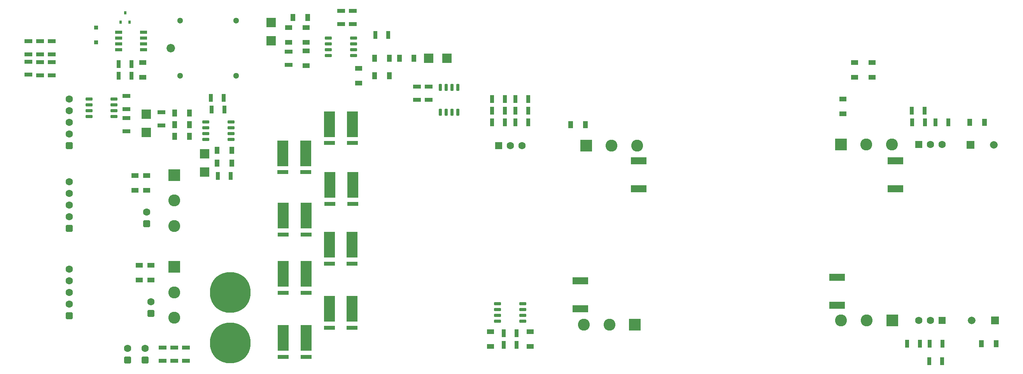
<source format=gbr>
G04*
G04 #@! TF.GenerationSoftware,Altium Limited,Altium Designer,24.1.2 (44)*
G04*
G04 Layer_Color=255*
%FSLAX25Y25*%
%MOIN*%
G70*
G04*
G04 #@! TF.SameCoordinates,DAD59E85-0841-476F-99BD-E5F442491B29*
G04*
G04*
G04 #@! TF.FilePolarity,Positive*
G04*
G01*
G75*
%ADD19R,0.03740X0.06693*%
%ADD20R,0.09606X0.03504*%
%ADD21R,0.09606X0.22047*%
%ADD22R,0.06693X0.03740*%
G04:AMPARAMS|DCode=23|XSize=23.62mil|YSize=57.09mil|CornerRadius=2.01mil|HoleSize=0mil|Usage=FLASHONLY|Rotation=180.000|XOffset=0mil|YOffset=0mil|HoleType=Round|Shape=RoundedRectangle|*
%AMROUNDEDRECTD23*
21,1,0.02362,0.05307,0,0,180.0*
21,1,0.01961,0.05709,0,0,180.0*
1,1,0.00402,-0.00980,0.02653*
1,1,0.00402,0.00980,0.02653*
1,1,0.00402,0.00980,-0.02653*
1,1,0.00402,-0.00980,-0.02653*
%
%ADD23ROUNDEDRECTD23*%
%ADD24R,0.03937X0.05906*%
%ADD25R,0.07874X0.07874*%
%ADD26R,0.05906X0.03937*%
%ADD27R,0.07874X0.07874*%
G04:AMPARAMS|DCode=28|XSize=23.62mil|YSize=57.09mil|CornerRadius=2.01mil|HoleSize=0mil|Usage=FLASHONLY|Rotation=90.000|XOffset=0mil|YOffset=0mil|HoleType=Round|Shape=RoundedRectangle|*
%AMROUNDEDRECTD28*
21,1,0.02362,0.05307,0,0,90.0*
21,1,0.01961,0.05709,0,0,90.0*
1,1,0.00402,0.02653,0.00980*
1,1,0.00402,0.02653,-0.00980*
1,1,0.00402,-0.02653,-0.00980*
1,1,0.00402,-0.02653,0.00980*
%
%ADD28ROUNDEDRECTD28*%
G04:AMPARAMS|DCode=29|XSize=61.02mil|YSize=23.62mil|CornerRadius=2.01mil|HoleSize=0mil|Usage=FLASHONLY|Rotation=180.000|XOffset=0mil|YOffset=0mil|HoleType=Round|Shape=RoundedRectangle|*
%AMROUNDEDRECTD29*
21,1,0.06102,0.01961,0,0,180.0*
21,1,0.05701,0.02362,0,0,180.0*
1,1,0.00402,-0.02850,0.00980*
1,1,0.00402,0.02850,0.00980*
1,1,0.00402,0.02850,-0.00980*
1,1,0.00402,-0.02850,-0.00980*
%
%ADD29ROUNDEDRECTD29*%
%ADD30R,0.13418X0.06121*%
%ADD31R,0.03740X0.03543*%
%ADD32R,0.02200X0.02900*%
%ADD40C,0.10236*%
%ADD41R,0.10236X0.10236*%
%ADD45R,0.10236X0.10236*%
%ADD60C,0.35000*%
%ADD61R,0.06299X0.06299*%
%ADD62C,0.06299*%
%ADD63R,0.06299X0.06299*%
%ADD64C,0.06299*%
%ADD65C,0.06555*%
%ADD66R,0.06555X0.06555*%
G04:AMPARAMS|DCode=67|XSize=62.99mil|YSize=62.99mil|CornerRadius=15.75mil|HoleSize=0mil|Usage=FLASHONLY|Rotation=90.000|XOffset=0mil|YOffset=0mil|HoleType=Round|Shape=RoundedRectangle|*
%AMROUNDEDRECTD67*
21,1,0.06299,0.03150,0,0,90.0*
21,1,0.03150,0.06299,0,0,90.0*
1,1,0.03150,0.01575,0.01575*
1,1,0.03150,0.01575,-0.01575*
1,1,0.03150,-0.01575,-0.01575*
1,1,0.03150,-0.01575,0.01575*
%
%ADD67ROUNDEDRECTD67*%
%ADD68C,0.07244*%
%ADD69C,0.05118*%
D19*
X1464488Y545000D02*
D03*
X1475512D02*
D03*
X1464488Y565000D02*
D03*
X1475512D02*
D03*
X1464488Y555000D02*
D03*
X1475512D02*
D03*
X1495512D02*
D03*
X1484488D02*
D03*
X1495512Y545000D02*
D03*
X1484488D02*
D03*
X1495512Y565000D02*
D03*
X1484488D02*
D03*
X1375512Y620000D02*
D03*
X1364488D02*
D03*
X1835000Y555000D02*
D03*
X1823976D02*
D03*
X1835512Y545000D02*
D03*
X1824488D02*
D03*
X1855512D02*
D03*
X1844488D02*
D03*
X1155512Y585000D02*
D03*
X1144488D02*
D03*
X1155512Y595000D02*
D03*
X1144488D02*
D03*
X1223976Y556000D02*
D03*
X1235000D02*
D03*
X1223488Y566000D02*
D03*
X1234512D02*
D03*
X1474488Y364000D02*
D03*
X1485512D02*
D03*
X1474488Y354000D02*
D03*
X1485512D02*
D03*
X1839488Y355000D02*
D03*
X1850512D02*
D03*
X1838976Y340000D02*
D03*
X1850000D02*
D03*
X1229488Y499000D02*
D03*
X1240512D02*
D03*
X1831024Y355000D02*
D03*
X1820000D02*
D03*
D20*
X1325236Y527224D02*
D03*
X1344764D02*
D03*
X1345000Y475000D02*
D03*
X1325472D02*
D03*
X1344528Y423721D02*
D03*
X1325000D02*
D03*
X1344528Y368721D02*
D03*
X1325000D02*
D03*
X1305000Y343721D02*
D03*
X1285472D02*
D03*
X1305000Y398721D02*
D03*
X1285472D02*
D03*
X1305000Y448721D02*
D03*
X1285472D02*
D03*
X1304764Y502224D02*
D03*
X1285236D02*
D03*
D21*
X1325236Y543504D02*
D03*
X1344764D02*
D03*
X1345000Y491280D02*
D03*
X1325472D02*
D03*
X1344528Y440000D02*
D03*
X1325000D02*
D03*
X1344528Y385000D02*
D03*
X1325000D02*
D03*
X1305000Y360000D02*
D03*
X1285472D02*
D03*
X1305000Y415000D02*
D03*
X1285472D02*
D03*
X1305000Y465000D02*
D03*
X1285472D02*
D03*
X1304764Y518504D02*
D03*
X1285236D02*
D03*
D22*
X1151000Y567512D02*
D03*
Y556488D02*
D03*
X1335000Y629488D02*
D03*
Y640512D02*
D03*
X1290000Y594488D02*
D03*
Y605512D02*
D03*
X1345000Y629488D02*
D03*
Y640512D02*
D03*
X1077000Y603488D02*
D03*
Y614512D02*
D03*
X1067000Y603488D02*
D03*
Y614512D02*
D03*
X1087000Y603488D02*
D03*
Y614512D02*
D03*
X1192000Y351512D02*
D03*
Y340488D02*
D03*
X1182000Y351512D02*
D03*
Y340488D02*
D03*
X1202000Y351512D02*
D03*
Y340488D02*
D03*
X1151000Y537488D02*
D03*
Y548512D02*
D03*
X1087000Y585488D02*
D03*
Y596512D02*
D03*
X1067000Y585976D02*
D03*
Y597000D02*
D03*
X1077000Y585488D02*
D03*
Y596512D02*
D03*
X1400000Y575512D02*
D03*
Y564488D02*
D03*
X1410000Y575512D02*
D03*
Y564488D02*
D03*
X1181000Y542488D02*
D03*
Y553512D02*
D03*
D23*
X1420000Y553543D02*
D03*
X1425000D02*
D03*
X1430000D02*
D03*
X1435000D02*
D03*
X1420000Y575000D02*
D03*
X1425000D02*
D03*
X1430000D02*
D03*
X1435000D02*
D03*
D24*
X1385000Y600000D02*
D03*
X1397598D02*
D03*
X1306299Y635000D02*
D03*
X1293701D02*
D03*
X1376299Y585000D02*
D03*
X1363701D02*
D03*
Y600000D02*
D03*
X1376299D02*
D03*
X1886299Y545000D02*
D03*
X1873701D02*
D03*
X1896299Y355000D02*
D03*
X1883701D02*
D03*
X1241299Y521000D02*
D03*
X1228701D02*
D03*
X1241299Y510000D02*
D03*
X1228701D02*
D03*
X1531701Y543000D02*
D03*
X1544299D02*
D03*
X1192402Y553000D02*
D03*
X1205000D02*
D03*
X1192402Y543000D02*
D03*
X1205000D02*
D03*
Y533000D02*
D03*
X1192402D02*
D03*
D25*
X1275000Y615000D02*
D03*
Y630748D02*
D03*
X1218000Y518000D02*
D03*
Y502252D02*
D03*
X1168000Y552000D02*
D03*
Y536252D02*
D03*
D26*
X1305000Y613701D02*
D03*
Y626299D02*
D03*
Y593701D02*
D03*
Y606299D02*
D03*
X1350000Y578701D02*
D03*
Y591299D02*
D03*
X1290000Y626299D02*
D03*
Y613701D02*
D03*
X1172000Y409701D02*
D03*
Y422299D02*
D03*
X1162000Y409701D02*
D03*
Y422299D02*
D03*
X1790000Y596299D02*
D03*
Y583701D02*
D03*
X1775000Y596299D02*
D03*
Y583701D02*
D03*
X1497000Y365299D02*
D03*
Y352701D02*
D03*
X1463000Y365299D02*
D03*
Y352701D02*
D03*
X1168398Y499189D02*
D03*
Y486590D02*
D03*
X1158398Y499189D02*
D03*
Y486590D02*
D03*
X1765000Y565000D02*
D03*
Y552402D02*
D03*
X1165000Y596299D02*
D03*
Y583701D02*
D03*
D27*
X1425748Y600000D02*
D03*
X1410000D02*
D03*
D28*
X1324272Y617500D02*
D03*
Y612500D02*
D03*
Y607500D02*
D03*
Y602500D02*
D03*
X1345728Y617500D02*
D03*
Y612500D02*
D03*
Y607500D02*
D03*
Y602500D02*
D03*
X1119000Y565000D02*
D03*
Y560000D02*
D03*
Y555000D02*
D03*
Y550000D02*
D03*
X1140457Y565000D02*
D03*
Y560000D02*
D03*
Y555000D02*
D03*
Y550000D02*
D03*
X1469272Y389500D02*
D03*
Y384500D02*
D03*
Y379500D02*
D03*
Y374500D02*
D03*
X1490728Y389500D02*
D03*
Y384500D02*
D03*
Y379500D02*
D03*
Y374500D02*
D03*
X1240728Y530500D02*
D03*
Y535500D02*
D03*
Y540500D02*
D03*
Y545500D02*
D03*
X1219272Y530500D02*
D03*
Y535500D02*
D03*
Y540500D02*
D03*
Y545500D02*
D03*
D29*
X1144370Y607500D02*
D03*
Y612500D02*
D03*
Y617500D02*
D03*
Y622500D02*
D03*
X1165630D02*
D03*
Y617500D02*
D03*
Y612500D02*
D03*
Y607500D02*
D03*
D30*
X1590000Y512011D02*
D03*
Y487989D02*
D03*
X1810000Y512011D02*
D03*
Y487989D02*
D03*
X1540000Y385000D02*
D03*
Y409022D02*
D03*
X1760000Y387989D02*
D03*
Y412011D02*
D03*
D31*
X1125000Y626201D02*
D03*
X1125000Y613799D02*
D03*
D32*
X1150000Y638900D02*
D03*
X1153750Y631100D02*
D03*
X1146250D02*
D03*
D40*
X1588780Y525000D02*
D03*
X1566890D02*
D03*
X1763559Y374944D02*
D03*
X1785448D02*
D03*
X1192000Y399110D02*
D03*
Y377221D02*
D03*
X1785181Y525938D02*
D03*
X1807071D02*
D03*
X1565000Y371398D02*
D03*
X1543110D02*
D03*
X1192000Y456000D02*
D03*
Y477890D02*
D03*
D41*
X1545000Y525000D02*
D03*
X1807338Y374944D02*
D03*
X1763291Y525938D02*
D03*
X1586890Y371398D02*
D03*
D45*
X1192000Y421000D02*
D03*
Y499780D02*
D03*
D60*
X1240000Y355693D02*
D03*
Y399000D02*
D03*
D61*
X1470000Y525000D02*
D03*
D62*
X1480000D02*
D03*
X1490000D02*
D03*
X1167000Y351000D02*
D03*
X1152000D02*
D03*
X1102000Y399000D02*
D03*
Y389000D02*
D03*
Y409000D02*
D03*
Y419000D02*
D03*
Y474000D02*
D03*
Y464000D02*
D03*
Y484000D02*
D03*
Y494000D02*
D03*
Y545000D02*
D03*
Y535000D02*
D03*
Y555000D02*
D03*
Y565000D02*
D03*
X1172000Y391000D02*
D03*
X1168398Y467890D02*
D03*
D63*
X1830215Y525898D02*
D03*
X1850000Y375000D02*
D03*
D64*
X1840215Y525898D02*
D03*
X1850215D02*
D03*
X1830000Y375000D02*
D03*
X1840000D02*
D03*
D65*
X1894595Y525767D02*
D03*
X1875451Y375000D02*
D03*
D66*
X1874595Y525767D02*
D03*
X1895451Y375000D02*
D03*
D67*
X1167000Y341000D02*
D03*
X1152000D02*
D03*
X1102000Y379000D02*
D03*
Y454000D02*
D03*
Y525000D02*
D03*
X1172000Y381000D02*
D03*
X1168398Y457890D02*
D03*
D68*
X1189095Y608622D02*
D03*
D69*
X1196968Y632244D02*
D03*
Y585000D02*
D03*
X1245000Y632244D02*
D03*
Y585000D02*
D03*
M02*

</source>
